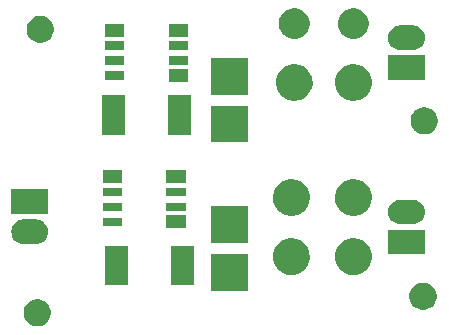
<source format=gbr>
G04 #@! TF.GenerationSoftware,KiCad,Pcbnew,5.0.2-bee76a0~70~ubuntu18.04.1*
G04 #@! TF.CreationDate,2019-11-28T17:43:41+01:00*
G04 #@! TF.ProjectId,current_sense,63757272-656e-4745-9f73-656e73652e6b,rev?*
G04 #@! TF.SameCoordinates,Original*
G04 #@! TF.FileFunction,Soldermask,Top*
G04 #@! TF.FilePolarity,Negative*
%FSLAX46Y46*%
G04 Gerber Fmt 4.6, Leading zero omitted, Abs format (unit mm)*
G04 Created by KiCad (PCBNEW 5.0.2-bee76a0~70~ubuntu18.04.1) date Thu 28 Nov 2019 05:43:41 PM CET*
%MOMM*%
%LPD*%
G01*
G04 APERTURE LIST*
%ADD10C,0.100000*%
G04 APERTURE END LIST*
D10*
G36*
X3085734Y-25893232D02*
X3295202Y-25979996D01*
X3483723Y-26105962D01*
X3644038Y-26266277D01*
X3770004Y-26454798D01*
X3856768Y-26664266D01*
X3901000Y-26886635D01*
X3901000Y-27113365D01*
X3856768Y-27335734D01*
X3770004Y-27545202D01*
X3644038Y-27733723D01*
X3483723Y-27894038D01*
X3295202Y-28020004D01*
X3085734Y-28106768D01*
X2863365Y-28151000D01*
X2636635Y-28151000D01*
X2414266Y-28106768D01*
X2204798Y-28020004D01*
X2016277Y-27894038D01*
X1855962Y-27733723D01*
X1729996Y-27545202D01*
X1643232Y-27335734D01*
X1599000Y-27113365D01*
X1599000Y-26886635D01*
X1643232Y-26664266D01*
X1729996Y-26454798D01*
X1855962Y-26266277D01*
X2016277Y-26105962D01*
X2204798Y-25979996D01*
X2414266Y-25893232D01*
X2636635Y-25849000D01*
X2863365Y-25849000D01*
X3085734Y-25893232D01*
X3085734Y-25893232D01*
G37*
G36*
X35735734Y-24493232D02*
X35945202Y-24579996D01*
X36133723Y-24705962D01*
X36294038Y-24866277D01*
X36420004Y-25054798D01*
X36506768Y-25264266D01*
X36551000Y-25486635D01*
X36551000Y-25713365D01*
X36506768Y-25935734D01*
X36420004Y-26145202D01*
X36294038Y-26333723D01*
X36133723Y-26494038D01*
X35945202Y-26620004D01*
X35735734Y-26706768D01*
X35513365Y-26751000D01*
X35286635Y-26751000D01*
X35064266Y-26706768D01*
X34854798Y-26620004D01*
X34666277Y-26494038D01*
X34505962Y-26333723D01*
X34379996Y-26145202D01*
X34293232Y-25935734D01*
X34249000Y-25713365D01*
X34249000Y-25486635D01*
X34293232Y-25264266D01*
X34379996Y-25054798D01*
X34505962Y-24866277D01*
X34666277Y-24705962D01*
X34854798Y-24579996D01*
X35064266Y-24493232D01*
X35286635Y-24449000D01*
X35513365Y-24449000D01*
X35735734Y-24493232D01*
X35735734Y-24493232D01*
G37*
G36*
X20551000Y-25151000D02*
X17449000Y-25151000D01*
X17449000Y-22049000D01*
X20551000Y-22049000D01*
X20551000Y-25151000D01*
X20551000Y-25151000D01*
G37*
G36*
X16025000Y-24675000D02*
X14075000Y-24675000D01*
X14075000Y-21325000D01*
X16025000Y-21325000D01*
X16025000Y-24675000D01*
X16025000Y-24675000D01*
G37*
G36*
X10425000Y-24675000D02*
X8475000Y-24675000D01*
X8475000Y-21325000D01*
X10425000Y-21325000D01*
X10425000Y-24675000D01*
X10425000Y-24675000D01*
G37*
G36*
X24602527Y-20738736D02*
X24702410Y-20758604D01*
X24984674Y-20875521D01*
X25238705Y-21045259D01*
X25454741Y-21261295D01*
X25624479Y-21515326D01*
X25741396Y-21797590D01*
X25741396Y-21797591D01*
X25791803Y-22051000D01*
X25801000Y-22097240D01*
X25801000Y-22402760D01*
X25741396Y-22702410D01*
X25624479Y-22984674D01*
X25454741Y-23238705D01*
X25238705Y-23454741D01*
X24984674Y-23624479D01*
X24702410Y-23741396D01*
X24602527Y-23761264D01*
X24402762Y-23801000D01*
X24097238Y-23801000D01*
X23897473Y-23761264D01*
X23797590Y-23741396D01*
X23515326Y-23624479D01*
X23261295Y-23454741D01*
X23045259Y-23238705D01*
X22875521Y-22984674D01*
X22758604Y-22702410D01*
X22699000Y-22402760D01*
X22699000Y-22097240D01*
X22708198Y-22051000D01*
X22758604Y-21797591D01*
X22758604Y-21797590D01*
X22875521Y-21515326D01*
X23045259Y-21261295D01*
X23261295Y-21045259D01*
X23515326Y-20875521D01*
X23797590Y-20758604D01*
X23897473Y-20738736D01*
X24097238Y-20699000D01*
X24402762Y-20699000D01*
X24602527Y-20738736D01*
X24602527Y-20738736D01*
G37*
G36*
X29852527Y-20738736D02*
X29952410Y-20758604D01*
X30234674Y-20875521D01*
X30488705Y-21045259D01*
X30704741Y-21261295D01*
X30874479Y-21515326D01*
X30991396Y-21797590D01*
X30991396Y-21797591D01*
X31041803Y-22051000D01*
X31051000Y-22097240D01*
X31051000Y-22402760D01*
X30991396Y-22702410D01*
X30874479Y-22984674D01*
X30704741Y-23238705D01*
X30488705Y-23454741D01*
X30234674Y-23624479D01*
X29952410Y-23741396D01*
X29852527Y-23761264D01*
X29652762Y-23801000D01*
X29347238Y-23801000D01*
X29147473Y-23761264D01*
X29047590Y-23741396D01*
X28765326Y-23624479D01*
X28511295Y-23454741D01*
X28295259Y-23238705D01*
X28125521Y-22984674D01*
X28008604Y-22702410D01*
X27949000Y-22402760D01*
X27949000Y-22097240D01*
X27958198Y-22051000D01*
X28008604Y-21797591D01*
X28008604Y-21797590D01*
X28125521Y-21515326D01*
X28295259Y-21261295D01*
X28511295Y-21045259D01*
X28765326Y-20875521D01*
X29047590Y-20758604D01*
X29147473Y-20738736D01*
X29347238Y-20699000D01*
X29652762Y-20699000D01*
X29852527Y-20738736D01*
X29852527Y-20738736D01*
G37*
G36*
X35551000Y-22051000D02*
X32449000Y-22051000D01*
X32449000Y-19949000D01*
X35551000Y-19949000D01*
X35551000Y-22051000D01*
X35551000Y-22051000D01*
G37*
G36*
X2682510Y-19092041D02*
X2806032Y-19104207D01*
X3004146Y-19164305D01*
X3186729Y-19261897D01*
X3346765Y-19393235D01*
X3478103Y-19553271D01*
X3575695Y-19735854D01*
X3635793Y-19933968D01*
X3656085Y-20140000D01*
X3635793Y-20346032D01*
X3575695Y-20544146D01*
X3478103Y-20726729D01*
X3346765Y-20886765D01*
X3186729Y-21018103D01*
X3004146Y-21115695D01*
X2806032Y-21175793D01*
X2682510Y-21187959D01*
X2651631Y-21191000D01*
X1548369Y-21191000D01*
X1517490Y-21187959D01*
X1393968Y-21175793D01*
X1195854Y-21115695D01*
X1013271Y-21018103D01*
X853235Y-20886765D01*
X721897Y-20726729D01*
X624305Y-20544146D01*
X564207Y-20346032D01*
X543915Y-20140000D01*
X564207Y-19933968D01*
X624305Y-19735854D01*
X721897Y-19553271D01*
X853235Y-19393235D01*
X1013271Y-19261897D01*
X1195854Y-19164305D01*
X1393968Y-19104207D01*
X1517490Y-19092041D01*
X1548369Y-19089000D01*
X2651631Y-19089000D01*
X2682510Y-19092041D01*
X2682510Y-19092041D01*
G37*
G36*
X20551000Y-21051000D02*
X17449000Y-21051000D01*
X17449000Y-17949000D01*
X20551000Y-17949000D01*
X20551000Y-21051000D01*
X20551000Y-21051000D01*
G37*
G36*
X15326000Y-19856000D02*
X13674000Y-19856000D01*
X13674000Y-18754000D01*
X15326000Y-18754000D01*
X15326000Y-19856000D01*
X15326000Y-19856000D01*
G37*
G36*
X9926000Y-19656000D02*
X8274000Y-19656000D01*
X8274000Y-18954000D01*
X9926000Y-18954000D01*
X9926000Y-19656000D01*
X9926000Y-19656000D01*
G37*
G36*
X34582510Y-17412041D02*
X34706032Y-17424207D01*
X34904146Y-17484305D01*
X35086729Y-17581897D01*
X35246765Y-17713235D01*
X35378103Y-17873271D01*
X35475695Y-18055854D01*
X35535793Y-18253968D01*
X35556085Y-18460000D01*
X35535793Y-18666032D01*
X35475695Y-18864146D01*
X35378103Y-19046729D01*
X35246765Y-19206765D01*
X35086729Y-19338103D01*
X34904146Y-19435695D01*
X34706032Y-19495793D01*
X34582510Y-19507959D01*
X34551631Y-19511000D01*
X33448369Y-19511000D01*
X33417490Y-19507959D01*
X33293968Y-19495793D01*
X33095854Y-19435695D01*
X32913271Y-19338103D01*
X32753235Y-19206765D01*
X32621897Y-19046729D01*
X32524305Y-18864146D01*
X32464207Y-18666032D01*
X32443915Y-18460000D01*
X32464207Y-18253968D01*
X32524305Y-18055854D01*
X32621897Y-17873271D01*
X32753235Y-17713235D01*
X32913271Y-17581897D01*
X33095854Y-17484305D01*
X33293968Y-17424207D01*
X33417490Y-17412041D01*
X33448369Y-17409000D01*
X34551631Y-17409000D01*
X34582510Y-17412041D01*
X34582510Y-17412041D01*
G37*
G36*
X24602527Y-15738736D02*
X24702410Y-15758604D01*
X24984674Y-15875521D01*
X25238705Y-16045259D01*
X25454741Y-16261295D01*
X25624479Y-16515326D01*
X25741396Y-16797590D01*
X25741396Y-16797591D01*
X25801000Y-17097238D01*
X25801000Y-17402762D01*
X25765367Y-17581899D01*
X25741396Y-17702410D01*
X25624479Y-17984674D01*
X25454741Y-18238705D01*
X25238705Y-18454741D01*
X24984674Y-18624479D01*
X24702410Y-18741396D01*
X24639045Y-18754000D01*
X24402762Y-18801000D01*
X24097238Y-18801000D01*
X23860955Y-18754000D01*
X23797590Y-18741396D01*
X23515326Y-18624479D01*
X23261295Y-18454741D01*
X23045259Y-18238705D01*
X22875521Y-17984674D01*
X22758604Y-17702410D01*
X22734633Y-17581899D01*
X22699000Y-17402762D01*
X22699000Y-17097238D01*
X22758604Y-16797591D01*
X22758604Y-16797590D01*
X22875521Y-16515326D01*
X23045259Y-16261295D01*
X23261295Y-16045259D01*
X23515326Y-15875521D01*
X23797590Y-15758604D01*
X23897473Y-15738736D01*
X24097238Y-15699000D01*
X24402762Y-15699000D01*
X24602527Y-15738736D01*
X24602527Y-15738736D01*
G37*
G36*
X29852527Y-15738736D02*
X29952410Y-15758604D01*
X30234674Y-15875521D01*
X30488705Y-16045259D01*
X30704741Y-16261295D01*
X30874479Y-16515326D01*
X30991396Y-16797590D01*
X30991396Y-16797591D01*
X31051000Y-17097238D01*
X31051000Y-17402762D01*
X31015367Y-17581899D01*
X30991396Y-17702410D01*
X30874479Y-17984674D01*
X30704741Y-18238705D01*
X30488705Y-18454741D01*
X30234674Y-18624479D01*
X29952410Y-18741396D01*
X29889045Y-18754000D01*
X29652762Y-18801000D01*
X29347238Y-18801000D01*
X29110955Y-18754000D01*
X29047590Y-18741396D01*
X28765326Y-18624479D01*
X28511295Y-18454741D01*
X28295259Y-18238705D01*
X28125521Y-17984674D01*
X28008604Y-17702410D01*
X27984633Y-17581899D01*
X27949000Y-17402762D01*
X27949000Y-17097238D01*
X28008604Y-16797591D01*
X28008604Y-16797590D01*
X28125521Y-16515326D01*
X28295259Y-16261295D01*
X28511295Y-16045259D01*
X28765326Y-15875521D01*
X29047590Y-15758604D01*
X29147473Y-15738736D01*
X29347238Y-15699000D01*
X29652762Y-15699000D01*
X29852527Y-15738736D01*
X29852527Y-15738736D01*
G37*
G36*
X3651000Y-18651000D02*
X549000Y-18651000D01*
X549000Y-16549000D01*
X3651000Y-16549000D01*
X3651000Y-18651000D01*
X3651000Y-18651000D01*
G37*
G36*
X15326000Y-18386000D02*
X13674000Y-18386000D01*
X13674000Y-17684000D01*
X15326000Y-17684000D01*
X15326000Y-18386000D01*
X15326000Y-18386000D01*
G37*
G36*
X9926000Y-18386000D02*
X8274000Y-18386000D01*
X8274000Y-17684000D01*
X9926000Y-17684000D01*
X9926000Y-18386000D01*
X9926000Y-18386000D01*
G37*
G36*
X15326000Y-17116000D02*
X13674000Y-17116000D01*
X13674000Y-16414000D01*
X15326000Y-16414000D01*
X15326000Y-17116000D01*
X15326000Y-17116000D01*
G37*
G36*
X9926000Y-17116000D02*
X8274000Y-17116000D01*
X8274000Y-16414000D01*
X9926000Y-16414000D01*
X9926000Y-17116000D01*
X9926000Y-17116000D01*
G37*
G36*
X15326000Y-16046000D02*
X13674000Y-16046000D01*
X13674000Y-14944000D01*
X15326000Y-14944000D01*
X15326000Y-16046000D01*
X15326000Y-16046000D01*
G37*
G36*
X9926000Y-16046000D02*
X8274000Y-16046000D01*
X8274000Y-14944000D01*
X9926000Y-14944000D01*
X9926000Y-16046000D01*
X9926000Y-16046000D01*
G37*
G36*
X20551000Y-12551000D02*
X17449000Y-12551000D01*
X17449000Y-9449000D01*
X20551000Y-9449000D01*
X20551000Y-12551000D01*
X20551000Y-12551000D01*
G37*
G36*
X15775000Y-11925000D02*
X13825000Y-11925000D01*
X13825000Y-8575000D01*
X15775000Y-8575000D01*
X15775000Y-11925000D01*
X15775000Y-11925000D01*
G37*
G36*
X10175000Y-11925000D02*
X8225000Y-11925000D01*
X8225000Y-8575000D01*
X10175000Y-8575000D01*
X10175000Y-11925000D01*
X10175000Y-11925000D01*
G37*
G36*
X35835734Y-9643232D02*
X36045202Y-9729996D01*
X36233723Y-9855962D01*
X36394038Y-10016277D01*
X36520004Y-10204798D01*
X36606768Y-10414266D01*
X36651000Y-10636635D01*
X36651000Y-10863365D01*
X36606768Y-11085734D01*
X36520004Y-11295202D01*
X36394038Y-11483723D01*
X36233723Y-11644038D01*
X36045202Y-11770004D01*
X35835734Y-11856768D01*
X35613365Y-11901000D01*
X35386635Y-11901000D01*
X35164266Y-11856768D01*
X34954798Y-11770004D01*
X34766277Y-11644038D01*
X34605962Y-11483723D01*
X34479996Y-11295202D01*
X34393232Y-11085734D01*
X34349000Y-10863365D01*
X34349000Y-10636635D01*
X34393232Y-10414266D01*
X34479996Y-10204798D01*
X34605962Y-10016277D01*
X34766277Y-9855962D01*
X34954798Y-9729996D01*
X35164266Y-9643232D01*
X35386635Y-9599000D01*
X35613365Y-9599000D01*
X35835734Y-9643232D01*
X35835734Y-9643232D01*
G37*
G36*
X24838772Y-5986000D02*
X24952410Y-6008604D01*
X25234674Y-6125521D01*
X25488705Y-6295259D01*
X25704741Y-6511295D01*
X25874479Y-6765326D01*
X25991396Y-7047590D01*
X25991396Y-7047591D01*
X26041803Y-7301000D01*
X26051000Y-7347240D01*
X26051000Y-7652760D01*
X25991396Y-7952410D01*
X25874479Y-8234674D01*
X25704741Y-8488705D01*
X25488705Y-8704741D01*
X25234674Y-8874479D01*
X24952410Y-8991396D01*
X24852527Y-9011264D01*
X24652762Y-9051000D01*
X24347238Y-9051000D01*
X24147473Y-9011264D01*
X24047590Y-8991396D01*
X23765326Y-8874479D01*
X23511295Y-8704741D01*
X23295259Y-8488705D01*
X23125521Y-8234674D01*
X23008604Y-7952410D01*
X22949000Y-7652760D01*
X22949000Y-7347240D01*
X22958198Y-7301000D01*
X23008604Y-7047591D01*
X23008604Y-7047590D01*
X23125521Y-6765326D01*
X23295259Y-6511295D01*
X23511295Y-6295259D01*
X23765326Y-6125521D01*
X24047590Y-6008604D01*
X24161228Y-5986000D01*
X24347238Y-5949000D01*
X24652762Y-5949000D01*
X24838772Y-5986000D01*
X24838772Y-5986000D01*
G37*
G36*
X29838772Y-5986000D02*
X29952410Y-6008604D01*
X30234674Y-6125521D01*
X30488705Y-6295259D01*
X30704741Y-6511295D01*
X30874479Y-6765326D01*
X30991396Y-7047590D01*
X30991396Y-7047591D01*
X31041803Y-7301000D01*
X31051000Y-7347240D01*
X31051000Y-7652760D01*
X30991396Y-7952410D01*
X30874479Y-8234674D01*
X30704741Y-8488705D01*
X30488705Y-8704741D01*
X30234674Y-8874479D01*
X29952410Y-8991396D01*
X29852527Y-9011264D01*
X29652762Y-9051000D01*
X29347238Y-9051000D01*
X29147473Y-9011264D01*
X29047590Y-8991396D01*
X28765326Y-8874479D01*
X28511295Y-8704741D01*
X28295259Y-8488705D01*
X28125521Y-8234674D01*
X28008604Y-7952410D01*
X27949000Y-7652760D01*
X27949000Y-7347240D01*
X27958198Y-7301000D01*
X28008604Y-7047591D01*
X28008604Y-7047590D01*
X28125521Y-6765326D01*
X28295259Y-6511295D01*
X28511295Y-6295259D01*
X28765326Y-6125521D01*
X29047590Y-6008604D01*
X29161228Y-5986000D01*
X29347238Y-5949000D01*
X29652762Y-5949000D01*
X29838772Y-5986000D01*
X29838772Y-5986000D01*
G37*
G36*
X20551000Y-8551000D02*
X17449000Y-8551000D01*
X17449000Y-5449000D01*
X20551000Y-5449000D01*
X20551000Y-8551000D01*
X20551000Y-8551000D01*
G37*
G36*
X15526000Y-7456000D02*
X13874000Y-7456000D01*
X13874000Y-6354000D01*
X15526000Y-6354000D01*
X15526000Y-7456000D01*
X15526000Y-7456000D01*
G37*
G36*
X35551000Y-7301000D02*
X32449000Y-7301000D01*
X32449000Y-5199000D01*
X35551000Y-5199000D01*
X35551000Y-7301000D01*
X35551000Y-7301000D01*
G37*
G36*
X10126000Y-7256000D02*
X8474000Y-7256000D01*
X8474000Y-6554000D01*
X10126000Y-6554000D01*
X10126000Y-7256000D01*
X10126000Y-7256000D01*
G37*
G36*
X15526000Y-5986000D02*
X13874000Y-5986000D01*
X13874000Y-5284000D01*
X15526000Y-5284000D01*
X15526000Y-5986000D01*
X15526000Y-5986000D01*
G37*
G36*
X10126000Y-5986000D02*
X8474000Y-5986000D01*
X8474000Y-5284000D01*
X10126000Y-5284000D01*
X10126000Y-5986000D01*
X10126000Y-5986000D01*
G37*
G36*
X34582510Y-2662041D02*
X34706032Y-2674207D01*
X34904146Y-2734305D01*
X35086729Y-2831897D01*
X35246765Y-2963235D01*
X35378103Y-3123271D01*
X35475695Y-3305854D01*
X35535793Y-3503968D01*
X35556085Y-3710000D01*
X35535793Y-3916032D01*
X35475695Y-4114146D01*
X35378103Y-4296729D01*
X35246765Y-4456765D01*
X35086729Y-4588103D01*
X34904146Y-4685695D01*
X34706032Y-4745793D01*
X34582510Y-4757959D01*
X34551631Y-4761000D01*
X33448369Y-4761000D01*
X33417490Y-4757959D01*
X33293968Y-4745793D01*
X33095854Y-4685695D01*
X32913271Y-4588103D01*
X32753235Y-4456765D01*
X32621897Y-4296729D01*
X32524305Y-4114146D01*
X32464207Y-3916032D01*
X32443915Y-3710000D01*
X32464207Y-3503968D01*
X32524305Y-3305854D01*
X32621897Y-3123271D01*
X32753235Y-2963235D01*
X32913271Y-2831897D01*
X33095854Y-2734305D01*
X33293968Y-2674207D01*
X33417490Y-2662041D01*
X33448369Y-2659000D01*
X34551631Y-2659000D01*
X34582510Y-2662041D01*
X34582510Y-2662041D01*
G37*
G36*
X10126000Y-4716000D02*
X8474000Y-4716000D01*
X8474000Y-4014000D01*
X10126000Y-4014000D01*
X10126000Y-4716000D01*
X10126000Y-4716000D01*
G37*
G36*
X15526000Y-4716000D02*
X13874000Y-4716000D01*
X13874000Y-4014000D01*
X15526000Y-4014000D01*
X15526000Y-4716000D01*
X15526000Y-4716000D01*
G37*
G36*
X3335734Y-1893232D02*
X3545202Y-1979996D01*
X3733723Y-2105962D01*
X3894038Y-2266277D01*
X4020004Y-2454798D01*
X4106768Y-2664266D01*
X4151000Y-2886635D01*
X4151000Y-3113365D01*
X4106768Y-3335734D01*
X4020004Y-3545202D01*
X3894038Y-3733723D01*
X3733723Y-3894038D01*
X3545202Y-4020004D01*
X3335734Y-4106768D01*
X3113365Y-4151000D01*
X2886635Y-4151000D01*
X2664266Y-4106768D01*
X2454798Y-4020004D01*
X2266277Y-3894038D01*
X2105962Y-3733723D01*
X1979996Y-3545202D01*
X1893232Y-3335734D01*
X1849000Y-3113365D01*
X1849000Y-2886635D01*
X1893232Y-2664266D01*
X1979996Y-2454798D01*
X2105962Y-2266277D01*
X2266277Y-2105962D01*
X2454798Y-1979996D01*
X2664266Y-1893232D01*
X2886635Y-1849000D01*
X3113365Y-1849000D01*
X3335734Y-1893232D01*
X3335734Y-1893232D01*
G37*
G36*
X24879485Y-1248996D02*
X24879487Y-1248997D01*
X24879488Y-1248997D01*
X25116255Y-1347069D01*
X25329342Y-1489449D01*
X25510551Y-1670658D01*
X25652931Y-1883745D01*
X25751004Y-2120515D01*
X25801000Y-2371861D01*
X25801000Y-2628139D01*
X25760470Y-2831897D01*
X25751003Y-2879488D01*
X25748042Y-2886636D01*
X25652931Y-3116255D01*
X25510551Y-3329342D01*
X25329342Y-3510551D01*
X25329339Y-3510553D01*
X25116255Y-3652931D01*
X24879488Y-3751003D01*
X24879487Y-3751003D01*
X24879485Y-3751004D01*
X24628139Y-3801000D01*
X24371861Y-3801000D01*
X24120515Y-3751004D01*
X24120513Y-3751003D01*
X24120512Y-3751003D01*
X23883745Y-3652931D01*
X23670661Y-3510553D01*
X23670658Y-3510551D01*
X23489449Y-3329342D01*
X23347069Y-3116255D01*
X23251958Y-2886636D01*
X23248997Y-2879488D01*
X23239531Y-2831897D01*
X23199000Y-2628139D01*
X23199000Y-2371861D01*
X23248996Y-2120515D01*
X23347069Y-1883745D01*
X23489449Y-1670658D01*
X23670658Y-1489449D01*
X23883745Y-1347069D01*
X24120512Y-1248997D01*
X24120513Y-1248997D01*
X24120515Y-1248996D01*
X24371861Y-1199000D01*
X24628139Y-1199000D01*
X24879485Y-1248996D01*
X24879485Y-1248996D01*
G37*
G36*
X29879485Y-1248996D02*
X29879487Y-1248997D01*
X29879488Y-1248997D01*
X30116255Y-1347069D01*
X30329342Y-1489449D01*
X30510551Y-1670658D01*
X30652931Y-1883745D01*
X30751004Y-2120515D01*
X30801000Y-2371861D01*
X30801000Y-2628139D01*
X30760470Y-2831897D01*
X30751003Y-2879488D01*
X30748042Y-2886636D01*
X30652931Y-3116255D01*
X30510551Y-3329342D01*
X30329342Y-3510551D01*
X30329339Y-3510553D01*
X30116255Y-3652931D01*
X29879488Y-3751003D01*
X29879487Y-3751003D01*
X29879485Y-3751004D01*
X29628139Y-3801000D01*
X29371861Y-3801000D01*
X29120515Y-3751004D01*
X29120513Y-3751003D01*
X29120512Y-3751003D01*
X28883745Y-3652931D01*
X28670661Y-3510553D01*
X28670658Y-3510551D01*
X28489449Y-3329342D01*
X28347069Y-3116255D01*
X28251958Y-2886636D01*
X28248997Y-2879488D01*
X28239531Y-2831897D01*
X28199000Y-2628139D01*
X28199000Y-2371861D01*
X28248996Y-2120515D01*
X28347069Y-1883745D01*
X28489449Y-1670658D01*
X28670658Y-1489449D01*
X28883745Y-1347069D01*
X29120512Y-1248997D01*
X29120513Y-1248997D01*
X29120515Y-1248996D01*
X29371861Y-1199000D01*
X29628139Y-1199000D01*
X29879485Y-1248996D01*
X29879485Y-1248996D01*
G37*
G36*
X15526000Y-3646000D02*
X13874000Y-3646000D01*
X13874000Y-2544000D01*
X15526000Y-2544000D01*
X15526000Y-3646000D01*
X15526000Y-3646000D01*
G37*
G36*
X10126000Y-3646000D02*
X8474000Y-3646000D01*
X8474000Y-2544000D01*
X10126000Y-2544000D01*
X10126000Y-3646000D01*
X10126000Y-3646000D01*
G37*
M02*

</source>
